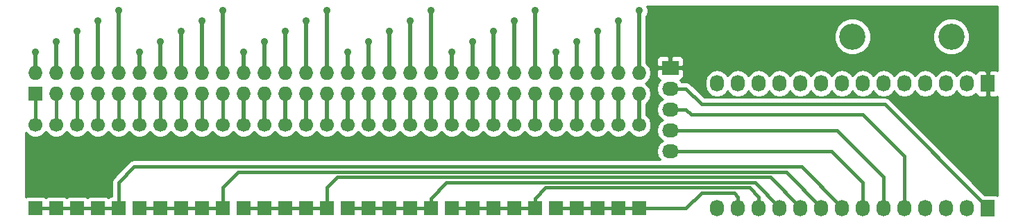
<source format=gtl>
G04 #@! TF.FileFunction,Copper,L1,Top,Signal*
%FSLAX46Y46*%
G04 Gerber Fmt 4.6, Leading zero omitted, Abs format (unit mm)*
G04 Created by KiCad (PCBNEW 4.0.2+e4-6225~38~ubuntu16.04.1-stable) date Thu 23 Jun 2016 09:21:40 PM CEST*
%MOMM*%
G01*
G04 APERTURE LIST*
%ADD10C,0.100000*%
%ADD11C,3.200000*%
%ADD12R,1.727200X2.032000*%
%ADD13O,1.727200X2.032000*%
%ADD14C,1.699260*%
%ADD15R,1.699260X1.699260*%
%ADD16R,2.032000X1.727200*%
%ADD17O,2.032000X1.727200*%
%ADD18R,1.727200X1.727200*%
%ADD19O,1.727200X1.727200*%
%ADD20C,0.914400*%
%ADD21C,0.406400*%
%ADD22C,0.508000*%
%ADD23C,0.254000*%
G04 APERTURE END LIST*
D10*
D11*
X169545000Y-42545000D03*
D12*
X186055000Y-48260000D03*
D13*
X183515000Y-48260000D03*
X180975000Y-48260000D03*
X178435000Y-48260000D03*
X175895000Y-48260000D03*
X173355000Y-48260000D03*
X170815000Y-48260000D03*
X168275000Y-48260000D03*
X165735000Y-48260000D03*
X163195000Y-48260000D03*
X160655000Y-48260000D03*
X158115000Y-48260000D03*
X155575000Y-48260000D03*
X153035000Y-48260000D03*
D14*
X69850000Y-53340000D03*
D15*
X69850000Y-63500000D03*
D14*
X72390000Y-53340000D03*
D15*
X72390000Y-63500000D03*
D14*
X74930000Y-53340000D03*
D15*
X74930000Y-63500000D03*
D14*
X77470000Y-53340000D03*
D15*
X77470000Y-63500000D03*
D14*
X80010000Y-53340000D03*
D15*
X80010000Y-63500000D03*
D14*
X82550000Y-53340000D03*
D15*
X82550000Y-63500000D03*
D14*
X85090000Y-53340000D03*
D15*
X85090000Y-63500000D03*
D14*
X87630000Y-53340000D03*
D15*
X87630000Y-63500000D03*
D14*
X90170000Y-53340000D03*
D15*
X90170000Y-63500000D03*
D14*
X92710000Y-53340000D03*
D15*
X92710000Y-63500000D03*
D14*
X95250000Y-53340000D03*
D15*
X95250000Y-63500000D03*
D14*
X97790000Y-53340000D03*
D15*
X97790000Y-63500000D03*
D14*
X100330000Y-53340000D03*
D15*
X100330000Y-63500000D03*
D14*
X102870000Y-53340000D03*
D15*
X102870000Y-63500000D03*
D14*
X105410000Y-53340000D03*
D15*
X105410000Y-63500000D03*
D14*
X107950000Y-53340000D03*
D15*
X107950000Y-63500000D03*
D14*
X110490000Y-53340000D03*
D15*
X110490000Y-63500000D03*
D14*
X113030000Y-53340000D03*
D15*
X113030000Y-63500000D03*
D14*
X115570000Y-53340000D03*
D15*
X115570000Y-63500000D03*
D14*
X118110000Y-53340000D03*
D15*
X118110000Y-63500000D03*
D14*
X120650000Y-53340000D03*
D15*
X120650000Y-63500000D03*
D14*
X123190000Y-53340000D03*
D15*
X123190000Y-63500000D03*
D14*
X125730000Y-53340000D03*
D15*
X125730000Y-63500000D03*
D14*
X128270000Y-53340000D03*
D15*
X128270000Y-63500000D03*
D14*
X130810000Y-53340000D03*
D15*
X130810000Y-63500000D03*
D14*
X133350000Y-53340000D03*
D15*
X133350000Y-63500000D03*
D14*
X135890000Y-53340000D03*
D15*
X135890000Y-63500000D03*
D14*
X138430000Y-53340000D03*
D15*
X138430000Y-63500000D03*
D14*
X140970000Y-53340000D03*
D15*
X140970000Y-63500000D03*
D14*
X143510000Y-53340000D03*
D15*
X143510000Y-63500000D03*
D12*
X186055000Y-63500000D03*
D13*
X183515000Y-63500000D03*
X180975000Y-63500000D03*
X178435000Y-63500000D03*
X175895000Y-63500000D03*
X173355000Y-63500000D03*
X170815000Y-63500000D03*
X168275000Y-63500000D03*
X165735000Y-63500000D03*
X163195000Y-63500000D03*
X160655000Y-63500000D03*
X158115000Y-63500000D03*
X155575000Y-63500000D03*
X153035000Y-63500000D03*
D16*
X147320000Y-46355000D03*
D17*
X147320000Y-48895000D03*
X147320000Y-51435000D03*
X147320000Y-53975000D03*
X147320000Y-56515000D03*
D18*
X69850000Y-49530000D03*
D19*
X69850000Y-46990000D03*
X72390000Y-49530000D03*
X72390000Y-46990000D03*
X74930000Y-49530000D03*
X74930000Y-46990000D03*
X77470000Y-49530000D03*
X77470000Y-46990000D03*
X80010000Y-49530000D03*
X80010000Y-46990000D03*
X82550000Y-49530000D03*
X82550000Y-46990000D03*
X85090000Y-49530000D03*
X85090000Y-46990000D03*
X87630000Y-49530000D03*
X87630000Y-46990000D03*
X90170000Y-49530000D03*
X90170000Y-46990000D03*
X92710000Y-49530000D03*
X92710000Y-46990000D03*
X95250000Y-49530000D03*
X95250000Y-46990000D03*
X97790000Y-49530000D03*
X97790000Y-46990000D03*
X100330000Y-49530000D03*
X100330000Y-46990000D03*
X102870000Y-49530000D03*
X102870000Y-46990000D03*
X105410000Y-49530000D03*
X105410000Y-46990000D03*
X107950000Y-49530000D03*
X107950000Y-46990000D03*
X110490000Y-49530000D03*
X110490000Y-46990000D03*
X113030000Y-49530000D03*
X113030000Y-46990000D03*
X115570000Y-49530000D03*
X115570000Y-46990000D03*
X118110000Y-49530000D03*
X118110000Y-46990000D03*
X120650000Y-49530000D03*
X120650000Y-46990000D03*
X123190000Y-49530000D03*
X123190000Y-46990000D03*
X125730000Y-49530000D03*
X125730000Y-46990000D03*
X128270000Y-49530000D03*
X128270000Y-46990000D03*
X130810000Y-49530000D03*
X130810000Y-46990000D03*
X133350000Y-49530000D03*
X133350000Y-46990000D03*
X135890000Y-49530000D03*
X135890000Y-46990000D03*
X138430000Y-49530000D03*
X138430000Y-46990000D03*
X140970000Y-49530000D03*
X140970000Y-46990000D03*
X143510000Y-49530000D03*
X143510000Y-46990000D03*
D11*
X181610000Y-42545000D03*
D20*
X133350000Y-44450000D03*
X120650000Y-44450000D03*
X107950000Y-44450000D03*
X95250000Y-44450000D03*
X82550000Y-44450000D03*
X69850000Y-44450000D03*
X135890000Y-43180000D03*
X123190000Y-43180000D03*
X110490000Y-43180000D03*
X97790000Y-43180000D03*
X85090000Y-43180000D03*
X72390000Y-43180000D03*
X138430000Y-41910000D03*
X125730000Y-41910000D03*
X113030000Y-41910000D03*
X100330000Y-41910000D03*
X87630000Y-41910000D03*
X74930000Y-41910000D03*
X140970000Y-40640000D03*
X128270000Y-40640000D03*
X115570000Y-40640000D03*
X102870000Y-40640000D03*
X90170000Y-40640000D03*
X77470000Y-40640000D03*
X143510000Y-39370000D03*
X130810000Y-39370000D03*
X118110000Y-39370000D03*
X105410000Y-39370000D03*
X92710000Y-39370000D03*
X80010000Y-39370000D03*
D21*
X69850000Y-53340000D02*
X69850000Y-49530000D01*
X80010000Y-63500000D02*
X80010000Y-60325000D01*
X80010000Y-60325000D02*
X81915000Y-58420000D01*
X81915000Y-58420000D02*
X163347400Y-58420000D01*
X163347400Y-58420000D02*
X168275000Y-63347600D01*
X168275000Y-63347600D02*
X168275000Y-63500000D01*
X72390000Y-63500000D02*
X69850000Y-63500000D01*
X74930000Y-63500000D02*
X72390000Y-63500000D01*
X77470000Y-63500000D02*
X74930000Y-63500000D01*
X80010000Y-63500000D02*
X77470000Y-63500000D01*
X72390000Y-53340000D02*
X72390000Y-49530000D01*
X74930000Y-49530000D02*
X74930000Y-53340000D01*
X77470000Y-53340000D02*
X77470000Y-49530000D01*
X80010000Y-53340000D02*
X80010000Y-49530000D01*
X82550000Y-53340000D02*
X82550000Y-49530000D01*
X92710000Y-63500000D02*
X92710000Y-60960000D01*
X92710000Y-60960000D02*
X94615000Y-59055000D01*
X94615000Y-59055000D02*
X161442400Y-59055000D01*
X165735000Y-63347600D02*
X165735000Y-63500000D01*
X161442400Y-59055000D02*
X165735000Y-63347600D01*
X85090000Y-63500000D02*
X82550000Y-63500000D01*
X85090000Y-63500000D02*
X87630000Y-63500000D01*
X88900000Y-63486030D02*
X88886030Y-63500000D01*
X87630000Y-63500000D02*
X88886030Y-63500000D01*
X88900000Y-63500000D02*
X90170000Y-63500000D01*
X92710000Y-63500000D02*
X88900000Y-63500000D01*
X85090000Y-50800000D02*
X85090000Y-49530000D01*
X85090000Y-53340000D02*
X85090000Y-50800000D01*
X87630000Y-53340000D02*
X87630000Y-49530000D01*
X90170000Y-53340000D02*
X90170000Y-49530000D01*
X92710000Y-53340000D02*
X92710000Y-49530000D01*
D22*
X95250000Y-49530000D02*
X95250000Y-53340000D01*
D21*
X105410000Y-63500000D02*
X105410000Y-60960000D01*
X105410000Y-60960000D02*
X106680000Y-59690000D01*
X106680000Y-59690000D02*
X159537400Y-59690000D01*
X159537400Y-59690000D02*
X163195000Y-63347600D01*
X163195000Y-63347600D02*
X163195000Y-63500000D01*
X95250000Y-63500000D02*
X97790000Y-63500000D01*
X97790000Y-63500000D02*
X100330000Y-63500000D01*
X100330000Y-63500000D02*
X102870000Y-63500000D01*
X105410000Y-63500000D02*
X102870000Y-63500000D01*
D22*
X97790000Y-49530000D02*
X97790000Y-53340000D01*
X100330000Y-53340000D02*
X100330000Y-49530000D01*
X102870000Y-53340000D02*
X102870000Y-49530000D01*
X105410000Y-53340000D02*
X105410000Y-49530000D01*
X107950000Y-53340000D02*
X107950000Y-49530000D01*
D21*
X118110000Y-63500000D02*
X118110000Y-62243970D01*
X118110000Y-62243970D02*
X120028970Y-60325000D01*
X120028970Y-60325000D02*
X157632400Y-60325000D01*
X157632400Y-60325000D02*
X160655000Y-63347600D01*
X160655000Y-63347600D02*
X160655000Y-63500000D01*
X107950000Y-63500000D02*
X110490000Y-63500000D01*
X113030000Y-63500000D02*
X110490000Y-63500000D01*
X115570000Y-63500000D02*
X113030000Y-63500000D01*
X118110000Y-63500000D02*
X115570000Y-63500000D01*
D22*
X110490000Y-53340000D02*
X110490000Y-49530000D01*
X113030000Y-53340000D02*
X113030000Y-49530000D01*
X115570000Y-53340000D02*
X115570000Y-49530000D01*
X118110000Y-53340000D02*
X118110000Y-49530000D01*
X120650000Y-49530000D02*
X120650000Y-53340000D01*
D21*
X153822400Y-60960000D02*
X156845000Y-60960000D01*
X153822400Y-60960000D02*
X132093970Y-60960000D01*
X132093970Y-60960000D02*
X130810000Y-62243970D01*
X130810000Y-62243970D02*
X130810000Y-63500000D01*
X120650000Y-63500000D02*
X123190000Y-63500000D01*
X124460000Y-63500000D02*
X125730000Y-63500000D01*
X123190000Y-63500000D02*
X124460000Y-63500000D01*
X128270000Y-63500000D02*
X125730000Y-63500000D01*
X130810000Y-63500000D02*
X128270000Y-63500000D01*
X158115000Y-63500000D02*
X158115000Y-62077600D01*
X158115000Y-62077600D02*
X156997400Y-60960000D01*
D22*
X123190000Y-49530000D02*
X123190000Y-53340000D01*
X125730000Y-49530000D02*
X125730000Y-53340000D01*
X128270000Y-49530000D02*
X128270000Y-53340000D01*
X130810000Y-49530000D02*
X130810000Y-53340000D01*
X133350000Y-49530000D02*
X133350000Y-53340000D01*
D21*
X149225000Y-63500000D02*
X146050000Y-63500000D01*
X143510000Y-63500000D02*
X146050000Y-63500000D01*
X149225000Y-63500000D02*
X151130000Y-61595000D01*
X151130000Y-61595000D02*
X155092400Y-61595000D01*
X155092400Y-61595000D02*
X155575000Y-62077600D01*
X135890000Y-63500000D02*
X133350000Y-63500000D01*
X138430000Y-63500000D02*
X135890000Y-63500000D01*
X140970000Y-63500000D02*
X138430000Y-63500000D01*
X143510000Y-63500000D02*
X140970000Y-63500000D01*
X155575000Y-62077600D02*
X155575000Y-63500000D01*
D22*
X135890000Y-49530000D02*
X135890000Y-53340000D01*
X138430000Y-49530000D02*
X138430000Y-53340000D01*
X140970000Y-49530000D02*
X140970000Y-53340000D01*
X143510000Y-49530000D02*
X143510000Y-53340000D01*
D21*
X147320000Y-46355000D02*
X185572400Y-46355000D01*
X185572400Y-46355000D02*
X186055000Y-46837600D01*
X186055000Y-46837600D02*
X186055000Y-48260000D01*
X151130000Y-50800000D02*
X149225000Y-48895000D01*
X149225000Y-48895000D02*
X147320000Y-48895000D01*
X173507400Y-50800000D02*
X151130000Y-50800000D01*
X186055000Y-63500000D02*
X186055000Y-63347600D01*
X186055000Y-63347600D02*
X173507400Y-50800000D01*
D22*
X133350000Y-46990000D02*
X133350000Y-44450000D01*
X120650000Y-46990000D02*
X120650000Y-44450000D01*
X107950000Y-46990000D02*
X107950000Y-44450000D01*
X95250000Y-46990000D02*
X95250000Y-44450000D01*
X82550000Y-46990000D02*
X82550000Y-44450000D01*
X69850000Y-46990000D02*
X69850000Y-44450000D01*
X135890000Y-46990000D02*
X135890000Y-43180000D01*
X123190000Y-46990000D02*
X123190000Y-43180000D01*
X110490000Y-46990000D02*
X110490000Y-43180000D01*
X97790000Y-46990000D02*
X97790000Y-43180000D01*
X85090000Y-46990000D02*
X85090000Y-43180000D01*
X72390000Y-46990000D02*
X72390000Y-43180000D01*
X138430000Y-46990000D02*
X138430000Y-41910000D01*
X125730000Y-46990000D02*
X125730000Y-41910000D01*
X113030000Y-46990000D02*
X113030000Y-41910000D01*
X100330000Y-46990000D02*
X100330000Y-41910000D01*
X87630000Y-46990000D02*
X87630000Y-41910000D01*
X74930000Y-46990000D02*
X74930000Y-41910000D01*
X140970000Y-46990000D02*
X140970000Y-40640000D01*
X128270000Y-46990000D02*
X128270000Y-40640000D01*
X115570000Y-46990000D02*
X115570000Y-40640000D01*
X102870000Y-46990000D02*
X102870000Y-40640000D01*
X90170000Y-46990000D02*
X90170000Y-40640000D01*
X77470000Y-46990000D02*
X77470000Y-40640000D01*
X143510000Y-46990000D02*
X143510000Y-39370000D01*
X130810000Y-46990000D02*
X130810000Y-39370000D01*
X118110000Y-46990000D02*
X118110000Y-39370000D01*
X105410000Y-46990000D02*
X105410000Y-39370000D01*
X92710000Y-46990000D02*
X92710000Y-39370000D01*
X80010000Y-46990000D02*
X80010000Y-39370000D01*
D21*
X147320000Y-51435000D02*
X149225000Y-51435000D01*
X149225000Y-51435000D02*
X149860000Y-52070000D01*
X149860000Y-52070000D02*
X170815000Y-52070000D01*
X170815000Y-52070000D02*
X175895000Y-57150000D01*
X175895000Y-57150000D02*
X175895000Y-63500000D01*
X173355000Y-63500000D02*
X173355000Y-59690000D01*
X173355000Y-59690000D02*
X167640000Y-53975000D01*
X167640000Y-53975000D02*
X147320000Y-53975000D01*
X147320000Y-56515000D02*
X167005000Y-56515000D01*
X167005000Y-56515000D02*
X170815000Y-60325000D01*
X170815000Y-60325000D02*
X170815000Y-63500000D01*
D23*
G36*
X187250000Y-46693952D02*
X187044909Y-46609000D01*
X186340750Y-46609000D01*
X186182000Y-46767750D01*
X186182000Y-48133000D01*
X186202000Y-48133000D01*
X186202000Y-48387000D01*
X186182000Y-48387000D01*
X186182000Y-49752250D01*
X186340750Y-49911000D01*
X187044909Y-49911000D01*
X187250000Y-49826048D01*
X187250000Y-61941896D01*
X187170490Y-61887569D01*
X186918600Y-61836560D01*
X185729354Y-61836560D01*
X174100097Y-50207303D01*
X173828166Y-50025604D01*
X173507400Y-49961800D01*
X151477194Y-49961800D01*
X149817697Y-48302303D01*
X149545766Y-48120604D01*
X149317781Y-48075255D01*
X151536400Y-48075255D01*
X151536400Y-48444745D01*
X151650474Y-49018234D01*
X151975330Y-49504415D01*
X152461511Y-49829271D01*
X153035000Y-49943345D01*
X153608489Y-49829271D01*
X154094670Y-49504415D01*
X154305000Y-49189634D01*
X154515330Y-49504415D01*
X155001511Y-49829271D01*
X155575000Y-49943345D01*
X156148489Y-49829271D01*
X156634670Y-49504415D01*
X156845000Y-49189634D01*
X157055330Y-49504415D01*
X157541511Y-49829271D01*
X158115000Y-49943345D01*
X158688489Y-49829271D01*
X159174670Y-49504415D01*
X159385000Y-49189634D01*
X159595330Y-49504415D01*
X160081511Y-49829271D01*
X160655000Y-49943345D01*
X161228489Y-49829271D01*
X161714670Y-49504415D01*
X161925000Y-49189634D01*
X162135330Y-49504415D01*
X162621511Y-49829271D01*
X163195000Y-49943345D01*
X163768489Y-49829271D01*
X164254670Y-49504415D01*
X164465000Y-49189634D01*
X164675330Y-49504415D01*
X165161511Y-49829271D01*
X165735000Y-49943345D01*
X166308489Y-49829271D01*
X166794670Y-49504415D01*
X167005000Y-49189634D01*
X167215330Y-49504415D01*
X167701511Y-49829271D01*
X168275000Y-49943345D01*
X168848489Y-49829271D01*
X169334670Y-49504415D01*
X169545000Y-49189634D01*
X169755330Y-49504415D01*
X170241511Y-49829271D01*
X170815000Y-49943345D01*
X171388489Y-49829271D01*
X171874670Y-49504415D01*
X172085000Y-49189634D01*
X172295330Y-49504415D01*
X172781511Y-49829271D01*
X173355000Y-49943345D01*
X173928489Y-49829271D01*
X174414670Y-49504415D01*
X174625000Y-49189634D01*
X174835330Y-49504415D01*
X175321511Y-49829271D01*
X175895000Y-49943345D01*
X176468489Y-49829271D01*
X176954670Y-49504415D01*
X177165000Y-49189634D01*
X177375330Y-49504415D01*
X177861511Y-49829271D01*
X178435000Y-49943345D01*
X179008489Y-49829271D01*
X179494670Y-49504415D01*
X179705000Y-49189634D01*
X179915330Y-49504415D01*
X180401511Y-49829271D01*
X180975000Y-49943345D01*
X181548489Y-49829271D01*
X182034670Y-49504415D01*
X182245000Y-49189634D01*
X182455330Y-49504415D01*
X182941511Y-49829271D01*
X183515000Y-49943345D01*
X184088489Y-49829271D01*
X184574670Y-49504415D01*
X184589500Y-49482220D01*
X184653073Y-49635699D01*
X184831702Y-49814327D01*
X185065091Y-49911000D01*
X185769250Y-49911000D01*
X185928000Y-49752250D01*
X185928000Y-48387000D01*
X185908000Y-48387000D01*
X185908000Y-48133000D01*
X185928000Y-48133000D01*
X185928000Y-46767750D01*
X185769250Y-46609000D01*
X185065091Y-46609000D01*
X184831702Y-46705673D01*
X184653073Y-46884301D01*
X184589500Y-47037780D01*
X184574670Y-47015585D01*
X184088489Y-46690729D01*
X183515000Y-46576655D01*
X182941511Y-46690729D01*
X182455330Y-47015585D01*
X182245000Y-47330366D01*
X182034670Y-47015585D01*
X181548489Y-46690729D01*
X180975000Y-46576655D01*
X180401511Y-46690729D01*
X179915330Y-47015585D01*
X179705000Y-47330366D01*
X179494670Y-47015585D01*
X179008489Y-46690729D01*
X178435000Y-46576655D01*
X177861511Y-46690729D01*
X177375330Y-47015585D01*
X177165000Y-47330366D01*
X176954670Y-47015585D01*
X176468489Y-46690729D01*
X175895000Y-46576655D01*
X175321511Y-46690729D01*
X174835330Y-47015585D01*
X174625000Y-47330366D01*
X174414670Y-47015585D01*
X173928489Y-46690729D01*
X173355000Y-46576655D01*
X172781511Y-46690729D01*
X172295330Y-47015585D01*
X172085000Y-47330366D01*
X171874670Y-47015585D01*
X171388489Y-46690729D01*
X170815000Y-46576655D01*
X170241511Y-46690729D01*
X169755330Y-47015585D01*
X169545000Y-47330366D01*
X169334670Y-47015585D01*
X168848489Y-46690729D01*
X168275000Y-46576655D01*
X167701511Y-46690729D01*
X167215330Y-47015585D01*
X167005000Y-47330366D01*
X166794670Y-47015585D01*
X166308489Y-46690729D01*
X165735000Y-46576655D01*
X165161511Y-46690729D01*
X164675330Y-47015585D01*
X164465000Y-47330366D01*
X164254670Y-47015585D01*
X163768489Y-46690729D01*
X163195000Y-46576655D01*
X162621511Y-46690729D01*
X162135330Y-47015585D01*
X161925000Y-47330366D01*
X161714670Y-47015585D01*
X161228489Y-46690729D01*
X160655000Y-46576655D01*
X160081511Y-46690729D01*
X159595330Y-47015585D01*
X159385000Y-47330366D01*
X159174670Y-47015585D01*
X158688489Y-46690729D01*
X158115000Y-46576655D01*
X157541511Y-46690729D01*
X157055330Y-47015585D01*
X156845000Y-47330366D01*
X156634670Y-47015585D01*
X156148489Y-46690729D01*
X155575000Y-46576655D01*
X155001511Y-46690729D01*
X154515330Y-47015585D01*
X154305000Y-47330366D01*
X154094670Y-47015585D01*
X153608489Y-46690729D01*
X153035000Y-46576655D01*
X152461511Y-46690729D01*
X151975330Y-47015585D01*
X151650474Y-47501766D01*
X151536400Y-48075255D01*
X149317781Y-48075255D01*
X149225000Y-48056800D01*
X148712397Y-48056800D01*
X148564415Y-47835330D01*
X148542220Y-47820500D01*
X148695698Y-47756927D01*
X148874327Y-47578299D01*
X148971000Y-47344910D01*
X148971000Y-46640750D01*
X148812250Y-46482000D01*
X147447000Y-46482000D01*
X147447000Y-46502000D01*
X147193000Y-46502000D01*
X147193000Y-46482000D01*
X145827750Y-46482000D01*
X145669000Y-46640750D01*
X145669000Y-47344910D01*
X145765673Y-47578299D01*
X145944302Y-47756927D01*
X146097780Y-47820500D01*
X146075585Y-47835330D01*
X145750729Y-48321511D01*
X145636655Y-48895000D01*
X145750729Y-49468489D01*
X146075585Y-49954670D01*
X146390366Y-50165000D01*
X146075585Y-50375330D01*
X145750729Y-50861511D01*
X145636655Y-51435000D01*
X145750729Y-52008489D01*
X146075585Y-52494670D01*
X146390366Y-52705000D01*
X146075585Y-52915330D01*
X145750729Y-53401511D01*
X145636655Y-53975000D01*
X145750729Y-54548489D01*
X146075585Y-55034670D01*
X146390366Y-55245000D01*
X146075585Y-55455330D01*
X145750729Y-55941511D01*
X145636655Y-56515000D01*
X145750729Y-57088489D01*
X146075585Y-57574670D01*
X146086256Y-57581800D01*
X81915000Y-57581800D01*
X81594235Y-57645604D01*
X81322303Y-57827303D01*
X79417303Y-59732303D01*
X79235604Y-60004234D01*
X79180215Y-60282697D01*
X79171800Y-60325000D01*
X79171800Y-62002930D01*
X79160370Y-62002930D01*
X78925053Y-62047208D01*
X78737912Y-62167630D01*
X78571520Y-62053939D01*
X78319630Y-62002930D01*
X76620370Y-62002930D01*
X76385053Y-62047208D01*
X76197912Y-62167630D01*
X76031520Y-62053939D01*
X75779630Y-62002930D01*
X74080370Y-62002930D01*
X73845053Y-62047208D01*
X73657912Y-62167630D01*
X73491520Y-62053939D01*
X73239630Y-62002930D01*
X71540370Y-62002930D01*
X71305053Y-62047208D01*
X71117912Y-62167630D01*
X70951520Y-62053939D01*
X70699630Y-62002930D01*
X69000370Y-62002930D01*
X68765053Y-62047208D01*
X68655000Y-62118025D01*
X68655000Y-54244331D01*
X69007926Y-54597874D01*
X69553393Y-54824372D01*
X70144016Y-54824888D01*
X70689877Y-54599342D01*
X71107874Y-54182074D01*
X71119749Y-54153476D01*
X71130658Y-54179877D01*
X71547926Y-54597874D01*
X72093393Y-54824372D01*
X72684016Y-54824888D01*
X73229877Y-54599342D01*
X73647874Y-54182074D01*
X73659749Y-54153476D01*
X73670658Y-54179877D01*
X74087926Y-54597874D01*
X74633393Y-54824372D01*
X75224016Y-54824888D01*
X75769877Y-54599342D01*
X76187874Y-54182074D01*
X76199749Y-54153476D01*
X76210658Y-54179877D01*
X76627926Y-54597874D01*
X77173393Y-54824372D01*
X77764016Y-54824888D01*
X78309877Y-54599342D01*
X78727874Y-54182074D01*
X78739749Y-54153476D01*
X78750658Y-54179877D01*
X79167926Y-54597874D01*
X79713393Y-54824372D01*
X80304016Y-54824888D01*
X80849877Y-54599342D01*
X81267874Y-54182074D01*
X81279749Y-54153476D01*
X81290658Y-54179877D01*
X81707926Y-54597874D01*
X82253393Y-54824372D01*
X82844016Y-54824888D01*
X83389877Y-54599342D01*
X83807874Y-54182074D01*
X83819749Y-54153476D01*
X83830658Y-54179877D01*
X84247926Y-54597874D01*
X84793393Y-54824372D01*
X85384016Y-54824888D01*
X85929877Y-54599342D01*
X86347874Y-54182074D01*
X86359749Y-54153476D01*
X86370658Y-54179877D01*
X86787926Y-54597874D01*
X87333393Y-54824372D01*
X87924016Y-54824888D01*
X88469877Y-54599342D01*
X88887874Y-54182074D01*
X88899749Y-54153476D01*
X88910658Y-54179877D01*
X89327926Y-54597874D01*
X89873393Y-54824372D01*
X90464016Y-54824888D01*
X91009877Y-54599342D01*
X91427874Y-54182074D01*
X91439749Y-54153476D01*
X91450658Y-54179877D01*
X91867926Y-54597874D01*
X92413393Y-54824372D01*
X93004016Y-54824888D01*
X93549877Y-54599342D01*
X93967874Y-54182074D01*
X93979749Y-54153476D01*
X93990658Y-54179877D01*
X94407926Y-54597874D01*
X94953393Y-54824372D01*
X95544016Y-54824888D01*
X96089877Y-54599342D01*
X96507874Y-54182074D01*
X96519749Y-54153476D01*
X96530658Y-54179877D01*
X96947926Y-54597874D01*
X97493393Y-54824372D01*
X98084016Y-54824888D01*
X98629877Y-54599342D01*
X99047874Y-54182074D01*
X99059749Y-54153476D01*
X99070658Y-54179877D01*
X99487926Y-54597874D01*
X100033393Y-54824372D01*
X100624016Y-54824888D01*
X101169877Y-54599342D01*
X101587874Y-54182074D01*
X101599749Y-54153476D01*
X101610658Y-54179877D01*
X102027926Y-54597874D01*
X102573393Y-54824372D01*
X103164016Y-54824888D01*
X103709877Y-54599342D01*
X104127874Y-54182074D01*
X104139749Y-54153476D01*
X104150658Y-54179877D01*
X104567926Y-54597874D01*
X105113393Y-54824372D01*
X105704016Y-54824888D01*
X106249877Y-54599342D01*
X106667874Y-54182074D01*
X106679749Y-54153476D01*
X106690658Y-54179877D01*
X107107926Y-54597874D01*
X107653393Y-54824372D01*
X108244016Y-54824888D01*
X108789877Y-54599342D01*
X109207874Y-54182074D01*
X109219749Y-54153476D01*
X109230658Y-54179877D01*
X109647926Y-54597874D01*
X110193393Y-54824372D01*
X110784016Y-54824888D01*
X111329877Y-54599342D01*
X111747874Y-54182074D01*
X111759749Y-54153476D01*
X111770658Y-54179877D01*
X112187926Y-54597874D01*
X112733393Y-54824372D01*
X113324016Y-54824888D01*
X113869877Y-54599342D01*
X114287874Y-54182074D01*
X114299749Y-54153476D01*
X114310658Y-54179877D01*
X114727926Y-54597874D01*
X115273393Y-54824372D01*
X115864016Y-54824888D01*
X116409877Y-54599342D01*
X116827874Y-54182074D01*
X116839749Y-54153476D01*
X116850658Y-54179877D01*
X117267926Y-54597874D01*
X117813393Y-54824372D01*
X118404016Y-54824888D01*
X118949877Y-54599342D01*
X119367874Y-54182074D01*
X119379749Y-54153476D01*
X119390658Y-54179877D01*
X119807926Y-54597874D01*
X120353393Y-54824372D01*
X120944016Y-54824888D01*
X121489877Y-54599342D01*
X121907874Y-54182074D01*
X121919749Y-54153476D01*
X121930658Y-54179877D01*
X122347926Y-54597874D01*
X122893393Y-54824372D01*
X123484016Y-54824888D01*
X124029877Y-54599342D01*
X124447874Y-54182074D01*
X124459749Y-54153476D01*
X124470658Y-54179877D01*
X124887926Y-54597874D01*
X125433393Y-54824372D01*
X126024016Y-54824888D01*
X126569877Y-54599342D01*
X126987874Y-54182074D01*
X126999749Y-54153476D01*
X127010658Y-54179877D01*
X127427926Y-54597874D01*
X127973393Y-54824372D01*
X128564016Y-54824888D01*
X129109877Y-54599342D01*
X129527874Y-54182074D01*
X129539749Y-54153476D01*
X129550658Y-54179877D01*
X129967926Y-54597874D01*
X130513393Y-54824372D01*
X131104016Y-54824888D01*
X131649877Y-54599342D01*
X132067874Y-54182074D01*
X132079749Y-54153476D01*
X132090658Y-54179877D01*
X132507926Y-54597874D01*
X133053393Y-54824372D01*
X133644016Y-54824888D01*
X134189877Y-54599342D01*
X134607874Y-54182074D01*
X134619749Y-54153476D01*
X134630658Y-54179877D01*
X135047926Y-54597874D01*
X135593393Y-54824372D01*
X136184016Y-54824888D01*
X136729877Y-54599342D01*
X137147874Y-54182074D01*
X137159749Y-54153476D01*
X137170658Y-54179877D01*
X137587926Y-54597874D01*
X138133393Y-54824372D01*
X138724016Y-54824888D01*
X139269877Y-54599342D01*
X139687874Y-54182074D01*
X139699749Y-54153476D01*
X139710658Y-54179877D01*
X140127926Y-54597874D01*
X140673393Y-54824372D01*
X141264016Y-54824888D01*
X141809877Y-54599342D01*
X142227874Y-54182074D01*
X142239749Y-54153476D01*
X142250658Y-54179877D01*
X142667926Y-54597874D01*
X143213393Y-54824372D01*
X143804016Y-54824888D01*
X144349877Y-54599342D01*
X144767874Y-54182074D01*
X144994372Y-53636607D01*
X144994888Y-53045984D01*
X144769342Y-52500123D01*
X144399000Y-52129134D01*
X144399000Y-50733067D01*
X144569670Y-50619029D01*
X144894526Y-50132848D01*
X145008600Y-49559359D01*
X145008600Y-49500641D01*
X144894526Y-48927152D01*
X144569670Y-48440971D01*
X144298828Y-48260000D01*
X144569670Y-48079029D01*
X144894526Y-47592848D01*
X145008600Y-47019359D01*
X145008600Y-46960641D01*
X144894526Y-46387152D01*
X144569670Y-45900971D01*
X144399000Y-45786933D01*
X144399000Y-45365090D01*
X145669000Y-45365090D01*
X145669000Y-46069250D01*
X145827750Y-46228000D01*
X147193000Y-46228000D01*
X147193000Y-45015150D01*
X147447000Y-45015150D01*
X147447000Y-46228000D01*
X148812250Y-46228000D01*
X148971000Y-46069250D01*
X148971000Y-45365090D01*
X148874327Y-45131701D01*
X148695698Y-44953073D01*
X148462309Y-44856400D01*
X147605750Y-44856400D01*
X147447000Y-45015150D01*
X147193000Y-45015150D01*
X147034250Y-44856400D01*
X146177691Y-44856400D01*
X145944302Y-44953073D01*
X145765673Y-45131701D01*
X145669000Y-45365090D01*
X144399000Y-45365090D01*
X144399000Y-42987619D01*
X167309613Y-42987619D01*
X167649155Y-43809372D01*
X168277321Y-44438636D01*
X169098481Y-44779611D01*
X169987619Y-44780387D01*
X170809372Y-44440845D01*
X171438636Y-43812679D01*
X171779611Y-42991519D01*
X171779614Y-42987619D01*
X179374613Y-42987619D01*
X179714155Y-43809372D01*
X180342321Y-44438636D01*
X181163481Y-44779611D01*
X182052619Y-44780387D01*
X182874372Y-44440845D01*
X183503636Y-43812679D01*
X183844611Y-42991519D01*
X183845387Y-42102381D01*
X183505845Y-41280628D01*
X182877679Y-40651364D01*
X182056519Y-40310389D01*
X181167381Y-40309613D01*
X180345628Y-40649155D01*
X179716364Y-41277321D01*
X179375389Y-42098481D01*
X179374613Y-42987619D01*
X171779614Y-42987619D01*
X171780387Y-42102381D01*
X171440845Y-41280628D01*
X170812679Y-40651364D01*
X169991519Y-40310389D01*
X169102381Y-40309613D01*
X168280628Y-40649155D01*
X167651364Y-41277321D01*
X167310389Y-42098481D01*
X167309613Y-42987619D01*
X144399000Y-42987619D01*
X144399000Y-40025808D01*
X144435382Y-39989489D01*
X144602010Y-39588205D01*
X144602389Y-39153701D01*
X144460375Y-38810000D01*
X187250000Y-38810000D01*
X187250000Y-46693952D01*
X187250000Y-46693952D01*
G37*
X187250000Y-46693952D02*
X187044909Y-46609000D01*
X186340750Y-46609000D01*
X186182000Y-46767750D01*
X186182000Y-48133000D01*
X186202000Y-48133000D01*
X186202000Y-48387000D01*
X186182000Y-48387000D01*
X186182000Y-49752250D01*
X186340750Y-49911000D01*
X187044909Y-49911000D01*
X187250000Y-49826048D01*
X187250000Y-61941896D01*
X187170490Y-61887569D01*
X186918600Y-61836560D01*
X185729354Y-61836560D01*
X174100097Y-50207303D01*
X173828166Y-50025604D01*
X173507400Y-49961800D01*
X151477194Y-49961800D01*
X149817697Y-48302303D01*
X149545766Y-48120604D01*
X149317781Y-48075255D01*
X151536400Y-48075255D01*
X151536400Y-48444745D01*
X151650474Y-49018234D01*
X151975330Y-49504415D01*
X152461511Y-49829271D01*
X153035000Y-49943345D01*
X153608489Y-49829271D01*
X154094670Y-49504415D01*
X154305000Y-49189634D01*
X154515330Y-49504415D01*
X155001511Y-49829271D01*
X155575000Y-49943345D01*
X156148489Y-49829271D01*
X156634670Y-49504415D01*
X156845000Y-49189634D01*
X157055330Y-49504415D01*
X157541511Y-49829271D01*
X158115000Y-49943345D01*
X158688489Y-49829271D01*
X159174670Y-49504415D01*
X159385000Y-49189634D01*
X159595330Y-49504415D01*
X160081511Y-49829271D01*
X160655000Y-49943345D01*
X161228489Y-49829271D01*
X161714670Y-49504415D01*
X161925000Y-49189634D01*
X162135330Y-49504415D01*
X162621511Y-49829271D01*
X163195000Y-49943345D01*
X163768489Y-49829271D01*
X164254670Y-49504415D01*
X164465000Y-49189634D01*
X164675330Y-49504415D01*
X165161511Y-49829271D01*
X165735000Y-49943345D01*
X166308489Y-49829271D01*
X166794670Y-49504415D01*
X167005000Y-49189634D01*
X167215330Y-49504415D01*
X167701511Y-49829271D01*
X168275000Y-49943345D01*
X168848489Y-49829271D01*
X169334670Y-49504415D01*
X169545000Y-49189634D01*
X169755330Y-49504415D01*
X170241511Y-49829271D01*
X170815000Y-49943345D01*
X171388489Y-49829271D01*
X171874670Y-49504415D01*
X172085000Y-49189634D01*
X172295330Y-49504415D01*
X172781511Y-49829271D01*
X173355000Y-49943345D01*
X173928489Y-49829271D01*
X174414670Y-49504415D01*
X174625000Y-49189634D01*
X174835330Y-49504415D01*
X175321511Y-49829271D01*
X175895000Y-49943345D01*
X176468489Y-49829271D01*
X176954670Y-49504415D01*
X177165000Y-49189634D01*
X177375330Y-49504415D01*
X177861511Y-49829271D01*
X178435000Y-49943345D01*
X179008489Y-49829271D01*
X179494670Y-49504415D01*
X179705000Y-49189634D01*
X179915330Y-49504415D01*
X180401511Y-49829271D01*
X180975000Y-49943345D01*
X181548489Y-49829271D01*
X182034670Y-49504415D01*
X182245000Y-49189634D01*
X182455330Y-49504415D01*
X182941511Y-49829271D01*
X183515000Y-49943345D01*
X184088489Y-49829271D01*
X184574670Y-49504415D01*
X184589500Y-49482220D01*
X184653073Y-49635699D01*
X184831702Y-49814327D01*
X185065091Y-49911000D01*
X185769250Y-49911000D01*
X185928000Y-49752250D01*
X185928000Y-48387000D01*
X185908000Y-48387000D01*
X185908000Y-48133000D01*
X185928000Y-48133000D01*
X185928000Y-46767750D01*
X185769250Y-46609000D01*
X185065091Y-46609000D01*
X184831702Y-46705673D01*
X184653073Y-46884301D01*
X184589500Y-47037780D01*
X184574670Y-47015585D01*
X184088489Y-46690729D01*
X183515000Y-46576655D01*
X182941511Y-46690729D01*
X182455330Y-47015585D01*
X182245000Y-47330366D01*
X182034670Y-47015585D01*
X181548489Y-46690729D01*
X180975000Y-46576655D01*
X180401511Y-46690729D01*
X179915330Y-47015585D01*
X179705000Y-47330366D01*
X179494670Y-47015585D01*
X179008489Y-46690729D01*
X178435000Y-46576655D01*
X177861511Y-46690729D01*
X177375330Y-47015585D01*
X177165000Y-47330366D01*
X176954670Y-47015585D01*
X176468489Y-46690729D01*
X175895000Y-46576655D01*
X175321511Y-46690729D01*
X174835330Y-47015585D01*
X174625000Y-47330366D01*
X174414670Y-47015585D01*
X173928489Y-46690729D01*
X173355000Y-46576655D01*
X172781511Y-46690729D01*
X172295330Y-47015585D01*
X172085000Y-47330366D01*
X171874670Y-47015585D01*
X171388489Y-46690729D01*
X170815000Y-46576655D01*
X170241511Y-46690729D01*
X169755330Y-47015585D01*
X169545000Y-47330366D01*
X169334670Y-47015585D01*
X168848489Y-46690729D01*
X168275000Y-46576655D01*
X167701511Y-46690729D01*
X167215330Y-47015585D01*
X167005000Y-47330366D01*
X166794670Y-47015585D01*
X166308489Y-46690729D01*
X165735000Y-46576655D01*
X165161511Y-46690729D01*
X164675330Y-47015585D01*
X164465000Y-47330366D01*
X164254670Y-47015585D01*
X163768489Y-46690729D01*
X163195000Y-46576655D01*
X162621511Y-46690729D01*
X162135330Y-47015585D01*
X161925000Y-47330366D01*
X161714670Y-47015585D01*
X161228489Y-46690729D01*
X160655000Y-46576655D01*
X160081511Y-46690729D01*
X159595330Y-47015585D01*
X159385000Y-47330366D01*
X159174670Y-47015585D01*
X158688489Y-46690729D01*
X158115000Y-46576655D01*
X157541511Y-46690729D01*
X157055330Y-47015585D01*
X156845000Y-47330366D01*
X156634670Y-47015585D01*
X156148489Y-46690729D01*
X155575000Y-46576655D01*
X155001511Y-46690729D01*
X154515330Y-47015585D01*
X154305000Y-47330366D01*
X154094670Y-47015585D01*
X153608489Y-46690729D01*
X153035000Y-46576655D01*
X152461511Y-46690729D01*
X151975330Y-47015585D01*
X151650474Y-47501766D01*
X151536400Y-48075255D01*
X149317781Y-48075255D01*
X149225000Y-48056800D01*
X148712397Y-48056800D01*
X148564415Y-47835330D01*
X148542220Y-47820500D01*
X148695698Y-47756927D01*
X148874327Y-47578299D01*
X148971000Y-47344910D01*
X148971000Y-46640750D01*
X148812250Y-46482000D01*
X147447000Y-46482000D01*
X147447000Y-46502000D01*
X147193000Y-46502000D01*
X147193000Y-46482000D01*
X145827750Y-46482000D01*
X145669000Y-46640750D01*
X145669000Y-47344910D01*
X145765673Y-47578299D01*
X145944302Y-47756927D01*
X146097780Y-47820500D01*
X146075585Y-47835330D01*
X145750729Y-48321511D01*
X145636655Y-48895000D01*
X145750729Y-49468489D01*
X146075585Y-49954670D01*
X146390366Y-50165000D01*
X146075585Y-50375330D01*
X145750729Y-50861511D01*
X145636655Y-51435000D01*
X145750729Y-52008489D01*
X146075585Y-52494670D01*
X146390366Y-52705000D01*
X146075585Y-52915330D01*
X145750729Y-53401511D01*
X145636655Y-53975000D01*
X145750729Y-54548489D01*
X146075585Y-55034670D01*
X146390366Y-55245000D01*
X146075585Y-55455330D01*
X145750729Y-55941511D01*
X145636655Y-56515000D01*
X145750729Y-57088489D01*
X146075585Y-57574670D01*
X146086256Y-57581800D01*
X81915000Y-57581800D01*
X81594235Y-57645604D01*
X81322303Y-57827303D01*
X79417303Y-59732303D01*
X79235604Y-60004234D01*
X79180215Y-60282697D01*
X79171800Y-60325000D01*
X79171800Y-62002930D01*
X79160370Y-62002930D01*
X78925053Y-62047208D01*
X78737912Y-62167630D01*
X78571520Y-62053939D01*
X78319630Y-62002930D01*
X76620370Y-62002930D01*
X76385053Y-62047208D01*
X76197912Y-62167630D01*
X76031520Y-62053939D01*
X75779630Y-62002930D01*
X74080370Y-62002930D01*
X73845053Y-62047208D01*
X73657912Y-62167630D01*
X73491520Y-62053939D01*
X73239630Y-62002930D01*
X71540370Y-62002930D01*
X71305053Y-62047208D01*
X71117912Y-62167630D01*
X70951520Y-62053939D01*
X70699630Y-62002930D01*
X69000370Y-62002930D01*
X68765053Y-62047208D01*
X68655000Y-62118025D01*
X68655000Y-54244331D01*
X69007926Y-54597874D01*
X69553393Y-54824372D01*
X70144016Y-54824888D01*
X70689877Y-54599342D01*
X71107874Y-54182074D01*
X71119749Y-54153476D01*
X71130658Y-54179877D01*
X71547926Y-54597874D01*
X72093393Y-54824372D01*
X72684016Y-54824888D01*
X73229877Y-54599342D01*
X73647874Y-54182074D01*
X73659749Y-54153476D01*
X73670658Y-54179877D01*
X74087926Y-54597874D01*
X74633393Y-54824372D01*
X75224016Y-54824888D01*
X75769877Y-54599342D01*
X76187874Y-54182074D01*
X76199749Y-54153476D01*
X76210658Y-54179877D01*
X76627926Y-54597874D01*
X77173393Y-54824372D01*
X77764016Y-54824888D01*
X78309877Y-54599342D01*
X78727874Y-54182074D01*
X78739749Y-54153476D01*
X78750658Y-54179877D01*
X79167926Y-54597874D01*
X79713393Y-54824372D01*
X80304016Y-54824888D01*
X80849877Y-54599342D01*
X81267874Y-54182074D01*
X81279749Y-54153476D01*
X81290658Y-54179877D01*
X81707926Y-54597874D01*
X82253393Y-54824372D01*
X82844016Y-54824888D01*
X83389877Y-54599342D01*
X83807874Y-54182074D01*
X83819749Y-54153476D01*
X83830658Y-54179877D01*
X84247926Y-54597874D01*
X84793393Y-54824372D01*
X85384016Y-54824888D01*
X85929877Y-54599342D01*
X86347874Y-54182074D01*
X86359749Y-54153476D01*
X86370658Y-54179877D01*
X86787926Y-54597874D01*
X87333393Y-54824372D01*
X87924016Y-54824888D01*
X88469877Y-54599342D01*
X88887874Y-54182074D01*
X88899749Y-54153476D01*
X88910658Y-54179877D01*
X89327926Y-54597874D01*
X89873393Y-54824372D01*
X90464016Y-54824888D01*
X91009877Y-54599342D01*
X91427874Y-54182074D01*
X91439749Y-54153476D01*
X91450658Y-54179877D01*
X91867926Y-54597874D01*
X92413393Y-54824372D01*
X93004016Y-54824888D01*
X93549877Y-54599342D01*
X93967874Y-54182074D01*
X93979749Y-54153476D01*
X93990658Y-54179877D01*
X94407926Y-54597874D01*
X94953393Y-54824372D01*
X95544016Y-54824888D01*
X96089877Y-54599342D01*
X96507874Y-54182074D01*
X96519749Y-54153476D01*
X96530658Y-54179877D01*
X96947926Y-54597874D01*
X97493393Y-54824372D01*
X98084016Y-54824888D01*
X98629877Y-54599342D01*
X99047874Y-54182074D01*
X99059749Y-54153476D01*
X99070658Y-54179877D01*
X99487926Y-54597874D01*
X100033393Y-54824372D01*
X100624016Y-54824888D01*
X101169877Y-54599342D01*
X101587874Y-54182074D01*
X101599749Y-54153476D01*
X101610658Y-54179877D01*
X102027926Y-54597874D01*
X102573393Y-54824372D01*
X103164016Y-54824888D01*
X103709877Y-54599342D01*
X104127874Y-54182074D01*
X104139749Y-54153476D01*
X104150658Y-54179877D01*
X104567926Y-54597874D01*
X105113393Y-54824372D01*
X105704016Y-54824888D01*
X106249877Y-54599342D01*
X106667874Y-54182074D01*
X106679749Y-54153476D01*
X106690658Y-54179877D01*
X107107926Y-54597874D01*
X107653393Y-54824372D01*
X108244016Y-54824888D01*
X108789877Y-54599342D01*
X109207874Y-54182074D01*
X109219749Y-54153476D01*
X109230658Y-54179877D01*
X109647926Y-54597874D01*
X110193393Y-54824372D01*
X110784016Y-54824888D01*
X111329877Y-54599342D01*
X111747874Y-54182074D01*
X111759749Y-54153476D01*
X111770658Y-54179877D01*
X112187926Y-54597874D01*
X112733393Y-54824372D01*
X113324016Y-54824888D01*
X113869877Y-54599342D01*
X114287874Y-54182074D01*
X114299749Y-54153476D01*
X114310658Y-54179877D01*
X114727926Y-54597874D01*
X115273393Y-54824372D01*
X115864016Y-54824888D01*
X116409877Y-54599342D01*
X116827874Y-54182074D01*
X116839749Y-54153476D01*
X116850658Y-54179877D01*
X117267926Y-54597874D01*
X117813393Y-54824372D01*
X118404016Y-54824888D01*
X118949877Y-54599342D01*
X119367874Y-54182074D01*
X119379749Y-54153476D01*
X119390658Y-54179877D01*
X119807926Y-54597874D01*
X120353393Y-54824372D01*
X120944016Y-54824888D01*
X121489877Y-54599342D01*
X121907874Y-54182074D01*
X121919749Y-54153476D01*
X121930658Y-54179877D01*
X122347926Y-54597874D01*
X122893393Y-54824372D01*
X123484016Y-54824888D01*
X124029877Y-54599342D01*
X124447874Y-54182074D01*
X124459749Y-54153476D01*
X124470658Y-54179877D01*
X124887926Y-54597874D01*
X125433393Y-54824372D01*
X126024016Y-54824888D01*
X126569877Y-54599342D01*
X126987874Y-54182074D01*
X126999749Y-54153476D01*
X127010658Y-54179877D01*
X127427926Y-54597874D01*
X127973393Y-54824372D01*
X128564016Y-54824888D01*
X129109877Y-54599342D01*
X129527874Y-54182074D01*
X129539749Y-54153476D01*
X129550658Y-54179877D01*
X129967926Y-54597874D01*
X130513393Y-54824372D01*
X131104016Y-54824888D01*
X131649877Y-54599342D01*
X132067874Y-54182074D01*
X132079749Y-54153476D01*
X132090658Y-54179877D01*
X132507926Y-54597874D01*
X133053393Y-54824372D01*
X133644016Y-54824888D01*
X134189877Y-54599342D01*
X134607874Y-54182074D01*
X134619749Y-54153476D01*
X134630658Y-54179877D01*
X135047926Y-54597874D01*
X135593393Y-54824372D01*
X136184016Y-54824888D01*
X136729877Y-54599342D01*
X137147874Y-54182074D01*
X137159749Y-54153476D01*
X137170658Y-54179877D01*
X137587926Y-54597874D01*
X138133393Y-54824372D01*
X138724016Y-54824888D01*
X139269877Y-54599342D01*
X139687874Y-54182074D01*
X139699749Y-54153476D01*
X139710658Y-54179877D01*
X140127926Y-54597874D01*
X140673393Y-54824372D01*
X141264016Y-54824888D01*
X141809877Y-54599342D01*
X142227874Y-54182074D01*
X142239749Y-54153476D01*
X142250658Y-54179877D01*
X142667926Y-54597874D01*
X143213393Y-54824372D01*
X143804016Y-54824888D01*
X144349877Y-54599342D01*
X144767874Y-54182074D01*
X144994372Y-53636607D01*
X144994888Y-53045984D01*
X144769342Y-52500123D01*
X144399000Y-52129134D01*
X144399000Y-50733067D01*
X144569670Y-50619029D01*
X144894526Y-50132848D01*
X145008600Y-49559359D01*
X145008600Y-49500641D01*
X144894526Y-48927152D01*
X144569670Y-48440971D01*
X144298828Y-48260000D01*
X144569670Y-48079029D01*
X144894526Y-47592848D01*
X145008600Y-47019359D01*
X145008600Y-46960641D01*
X144894526Y-46387152D01*
X144569670Y-45900971D01*
X144399000Y-45786933D01*
X144399000Y-45365090D01*
X145669000Y-45365090D01*
X145669000Y-46069250D01*
X145827750Y-46228000D01*
X147193000Y-46228000D01*
X147193000Y-45015150D01*
X147447000Y-45015150D01*
X147447000Y-46228000D01*
X148812250Y-46228000D01*
X148971000Y-46069250D01*
X148971000Y-45365090D01*
X148874327Y-45131701D01*
X148695698Y-44953073D01*
X148462309Y-44856400D01*
X147605750Y-44856400D01*
X147447000Y-45015150D01*
X147193000Y-45015150D01*
X147034250Y-44856400D01*
X146177691Y-44856400D01*
X145944302Y-44953073D01*
X145765673Y-45131701D01*
X145669000Y-45365090D01*
X144399000Y-45365090D01*
X144399000Y-42987619D01*
X167309613Y-42987619D01*
X167649155Y-43809372D01*
X168277321Y-44438636D01*
X169098481Y-44779611D01*
X169987619Y-44780387D01*
X170809372Y-44440845D01*
X171438636Y-43812679D01*
X171779611Y-42991519D01*
X171779614Y-42987619D01*
X179374613Y-42987619D01*
X179714155Y-43809372D01*
X180342321Y-44438636D01*
X181163481Y-44779611D01*
X182052619Y-44780387D01*
X182874372Y-44440845D01*
X183503636Y-43812679D01*
X183844611Y-42991519D01*
X183845387Y-42102381D01*
X183505845Y-41280628D01*
X182877679Y-40651364D01*
X182056519Y-40310389D01*
X181167381Y-40309613D01*
X180345628Y-40649155D01*
X179716364Y-41277321D01*
X179375389Y-42098481D01*
X179374613Y-42987619D01*
X171779614Y-42987619D01*
X171780387Y-42102381D01*
X171440845Y-41280628D01*
X170812679Y-40651364D01*
X169991519Y-40310389D01*
X169102381Y-40309613D01*
X168280628Y-40649155D01*
X167651364Y-41277321D01*
X167310389Y-42098481D01*
X167309613Y-42987619D01*
X144399000Y-42987619D01*
X144399000Y-40025808D01*
X144435382Y-39989489D01*
X144602010Y-39588205D01*
X144602389Y-39153701D01*
X144460375Y-38810000D01*
X187250000Y-38810000D01*
X187250000Y-46693952D01*
M02*

</source>
